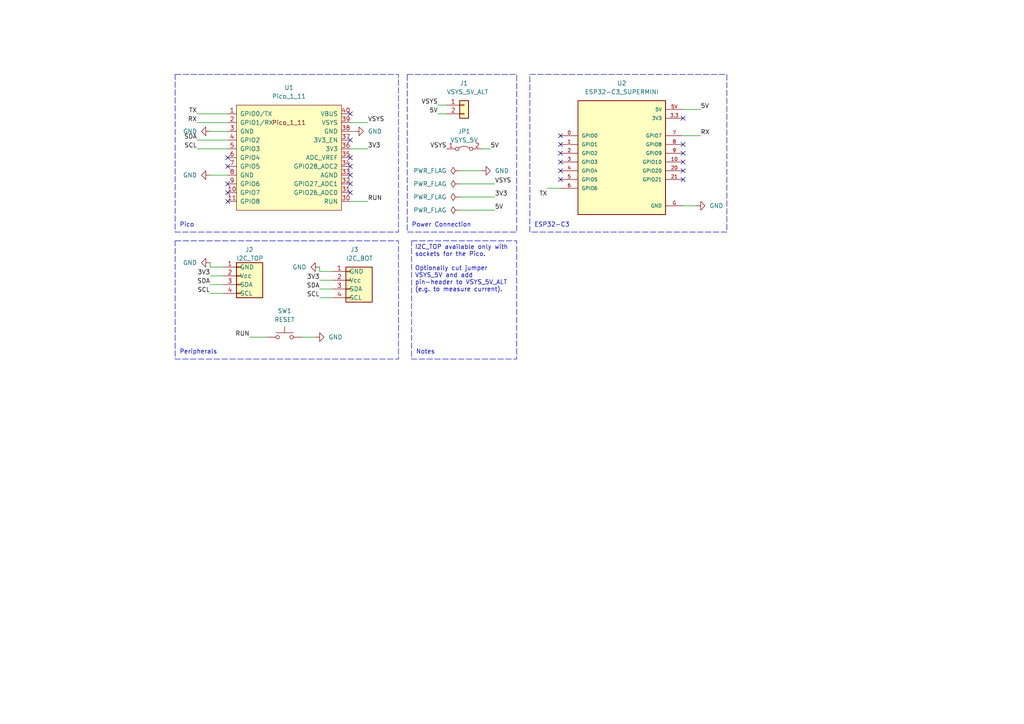
<source format=kicad_sch>
(kicad_sch (version 20230121) (generator eeschema)
  (paper "A4")
  (title_block (title "Pico-ESP32C3") (date "2024-09-01") (rev "0.9") (company "Bernhard Bablok") (comment 1 "https://github.com/bablokb/pcb-pico-esp32c3"))
  (lib_symbols
    (symbol "Connector_Generic:Conn_01x02" (pin_names (offset 1.016) hide)
      (property "Reference" "J" (at 0 2.54 0))
      (property "Value" "Conn_01x02" (at 0 -5.08 0))
      (symbol "Conn_01x02_1_1"
        (rectangle (start -1.27 -2.413) (end 0 -2.667) (stroke (width 0.1524)))
        (rectangle (start -1.27 0.127) (end 0 -0.127) (stroke (width 0.1524)))
        (rectangle (start -1.27 1.27) (end 1.27 -3.81) (stroke (width 0.254)) (fill (type background)))
        (pin passive line (at -5.08 0 0) (length 3.81) (name "Pin_1") (number "1"))
        (pin passive line (at -5.08 -2.54 0) (length 3.81) (name "Pin_2") (number "2"))
      )
    )
    (symbol "Jumper:Jumper_2_Bridged" (pin_names (offset 0) hide)
      (property "Reference" "JP" (at 0 1.905 0))
      (property "Value" "Jumper_2_Bridged" (at 0 -2.54 0))
      (symbol "Jumper_2_Bridged_0_0"
        (circle (center -2.032 0) (radius 0.508))
        (circle (center 2.032 0) (radius 0.508))
      )
      (symbol "Jumper_2_Bridged_0_1"
        (arc (start 1.524 0.254) (mid 0 0.762) (end -1.524 0.254))
      )
      (symbol "Jumper_2_Bridged_1_1"
        (pin passive line (at -5.08 0 0) (length 2.54) (name "A") (number "1"))
        (pin passive line (at 5.08 0 180) (length 2.54) (name "B") (number "2"))
      )
    )
    (symbol "Switch:SW_Push" (pin_numbers hide) (pin_names (offset 1.016) hide)
      (property "Reference" "SW" (at 1.27 2.54 0))
      (property "Value" "SW_Push" (at 0 -1.524 0))
      (symbol "SW_Push_0_1"
        (circle (center -2.032 0) (radius 0.508))
        (polyline (pts (xy 0 1.27) (xy 0 3.048)))
        (polyline (pts (xy 2.54 1.27) (xy -2.54 1.27)))
        (circle (center 2.032 0) (radius 0.508))
        (pin passive line (at -5.08 0 0) (length 2.54) (name "1") (number "1"))
        (pin passive line (at 5.08 0 180) (length 2.54) (name "2") (number "2"))
      )
    )
    (symbol "power:GND" (power) (pin_names (offset 0))
      (property "Value" "GND" (at 0 -3.81 0))
      (symbol "GND_0_1"
        (polyline (pts (xy 0 0) (xy 0 -1.27) (xy 1.27 -1.27) (xy 0 -2.54) (xy -1.27 -1.27) (xy 0 -1.27)))
      )
      (symbol "GND_1_1"
        (pin power_in line (at 0 0 270) (length 0) hide (name "GND") (number "1"))
      )
    )
    (symbol "power:PWR_FLAG" (power) (pin_numbers hide) (pin_names (offset 0) hide)
      (property "Value" "PWR_FLAG" (at 0 3.81 0))
      (symbol "PWR_FLAG_0_0"
        (pin power_out line (at 0 0 90) (length 0) (name "pwr") (number "1"))
      )
      (symbol "PWR_FLAG_0_1"
        (polyline (pts (xy 0 0) (xy 0 1.27) (xy -1.016 1.905) (xy 0 2.54) (xy 1.016 1.905) (xy 0 1.27)))
      )
    )
    (symbol "user:ESP32-C3_SUPERMINI" (pin_names (offset 1.016))
      (property "Reference" "U" (at -12.7 16.002 0))
      (property "Value" "ESP32-C3_SUPERMINI" (at -12.7 12.7 0))
      (symbol "ESP32-C3_SUPERMINI_0_0"
        (rectangle (start -12.7 -17.78) (end 12.7 15.24) (stroke (width 0.254)) (fill (type background)))
        (pin bidirectional line (at -17.78 5.08 0) (length 5.08) (name "GPIO0") (number "0"))
        (pin bidirectional line (at -17.78 2.54 0) (length 5.08) (name "GPIO1") (number "1"))
        (pin bidirectional line (at 17.78 -2.54 180) (length 5.08) (name "GPIO10") (number "10"))
        (pin bidirectional line (at -17.78 0 0) (length 5.08) (name "GPIO2") (number "2"))
        (pin bidirectional line (at 17.78 -5.08 180) (length 5.08) (name "GPIO20") (number "20"))
        (pin bidirectional line (at 17.78 -7.62 180) (length 5.08) (name "GPIO21") (number "21"))
        (pin bidirectional line (at -17.78 -2.54 0) (length 5.08) (name "GPIO3") (number "3"))
        (pin power_in line (at 17.78 10.16 180) (length 5.08) (name "3V3") (number "3.3"))
        (pin bidirectional line (at -17.78 -5.08 0) (length 5.08) (name "GPIO4") (number "4"))
        (pin bidirectional line (at -17.78 -7.62 0) (length 5.08) (name "GPIO5") (number "5"))
        (pin power_in line (at 17.78 12.7 180) (length 5.08) (name "5V") (number "5V"))
        (pin bidirectional line (at -17.78 -10.16 0) (length 5.08) (name "GPIO6") (number "6"))
        (pin bidirectional line (at 17.78 5.08 180) (length 5.08) (name "GPIO7") (number "7"))
        (pin bidirectional line (at 17.78 2.54 180) (length 5.08) (name "GPIO8") (number "8"))
        (pin bidirectional line (at 17.78 0 180) (length 5.08) (name "GPIO9") (number "9"))
        (pin power_in line (at 17.78 -15.24 180) (length 5.08) (name "GND") (number "G"))
      )
    )
    (symbol "user:Pico_1_11" (pin_names (offset 1.016))
      (property "Reference" "U" (at -13.97 27.94 0))
      (property "Value" "Pico_1_11" (at 0 19.05 0))
      (symbol "Pico_1_11_0_1"
        (rectangle (start -15.24 26.67) (end 15.24 -3.81) (fill (type background)))
      )
      (symbol "Pico_1_11_1_0"
        (text "Pico_1_11" (at 0 21.59 0) (effects (font (size 1.27 1.27))))
      )
      (symbol "Pico_1_11_1_1"
        (pin bidirectional line (at -17.78 24.13 0) (length 2.54) (name "GPIO0/TX") (number "1"))
        (pin bidirectional line (at -17.78 1.27 0) (length 2.54) (name "GPIO7") (number "10"))
        (pin bidirectional line (at -17.78 -1.27 0) (length 2.54) (name "GPIO8") (number "11"))
        (pin bidirectional line (at -17.78 21.59 0) (length 2.54) (name "GPIO1/RX") (number "2"))
        (pin power_in line (at -17.78 19.05 0) (length 2.54) (name "GND") (number "3"))
        (pin input line (at 17.78 -1.27 180) (length 2.54) (name "RUN") (number "30"))
        (pin bidirectional line (at 17.78 1.27 180) (length 2.54) (name "GPIO26_ADC0") (number "31"))
        (pin bidirectional line (at 17.78 3.81 180) (length 2.54) (name "GPIO27_ADC1") (number "32"))
        (pin power_in line (at 17.78 6.35 180) (length 2.54) (name "AGND") (number "33"))
        (pin bidirectional line (at 17.78 8.89 180) (length 2.54) (name "GPIO28_ADC2") (number "34"))
        (pin power_in line (at 17.78 11.43 180) (length 2.54) (name "ADC_VREF") (number "35"))
        (pin power_in line (at 17.78 13.97 180) (length 2.54) (name "3V3") (number "36"))
        (pin power_in line (at 17.78 16.51 180) (length 2.54) (name "3V3_EN") (number "37"))
        (pin power_in line (at 17.78 19.05 180) (length 2.54) (name "GND") (number "38"))
        (pin power_in line (at 17.78 21.59 180) (length 2.54) (name "VSYS") (number "39"))
        (pin bidirectional line (at -17.78 16.51 0) (length 2.54) (name "GPIO2") (number "4"))
        (pin power_in line (at 17.78 24.13 180) (length 2.54) (name "VBUS") (number "40"))
        (pin bidirectional line (at -17.78 13.97 0) (length 2.54) (name "GPIO3") (number "5"))
        (pin bidirectional line (at -17.78 11.43 0) (length 2.54) (name "GPIO4") (number "6"))
        (pin bidirectional line (at -17.78 8.89 0) (length 2.54) (name "GPIO5") (number "7"))
        (pin power_in line (at -17.78 6.35 0) (length 2.54) (name "GND") (number "8"))
        (pin bidirectional line (at -17.78 3.81 0) (length 2.54) (name "GPIO6") (number "9"))
      )
    )
    (symbol "user:Stemma-QT_Qwicc" (pin_names (offset 1.016))
      (property "Reference" "J" (at 2.54 8.89 0))
      (property "Value" "Stemma-QT_Qwicc" (at 2.54 6.35 0))
      (symbol "Stemma-QT_Qwicc_1_1"
        (rectangle (start -1.27 -4.953) (end 0 -5.207) (stroke (width 0.1524)))
        (rectangle (start -1.27 -2.413) (end 0 -2.667) (stroke (width 0.1524)))
        (rectangle (start -1.27 0.127) (end 0 -0.127) (stroke (width 0.1524)))
        (rectangle (start -1.27 2.667) (end 0 2.413) (stroke (width 0.1524)))
        (rectangle (start -1.27 3.81) (end 6.35 -6.35) (stroke (width 0.254)) (fill (type background)))
        (pin power_in line (at -5.08 2.54 0) (length 3.81) (name "GND") (number "1"))
        (pin power_in line (at -5.08 0 0) (length 3.81) (name "Vcc") (number "2"))
        (pin bidirectional line (at -5.08 -2.54 0) (length 3.81) (name "SDA") (number "3"))
        (pin bidirectional line (at -5.08 -5.08 0) (length 3.81) (name "SCL") (number "4"))
      )
    )
  )
  (no_connect (at 162.56 41.91))
  (no_connect (at 66.04 55.88))
  (no_connect (at 66.04 45.72))
  (no_connect (at 66.04 48.26))
  (no_connect (at 198.12 34.29))
  (no_connect (at 162.56 52.07))
  (no_connect (at 101.6 40.64))
  (no_connect (at 198.12 44.45))
  (no_connect (at 101.6 55.88))
  (no_connect (at 66.04 58.42))
  (no_connect (at 162.56 39.37))
  (no_connect (at 162.56 49.53))
  (no_connect (at 162.56 44.45))
  (no_connect (at 101.6 33.02))
  (no_connect (at 162.56 46.99))
  (no_connect (at 101.6 53.34))
  (no_connect (at 101.6 50.8))
  (no_connect (at 66.04 53.34))
  (no_connect (at 101.6 48.26))
  (no_connect (at 101.6 45.72))
  (no_connect (at 198.12 41.91))
  (no_connect (at 198.12 49.53))
  (no_connect (at 198.12 52.07))
  (no_connect (at 198.12 46.99))
  (wire (pts (xy 57.15 43.18) (xy 66.04 43.18)))
  (wire (pts (xy 92.71 83.82) (xy 96.52 83.82)))
  (wire (pts (xy 127 33.02) (xy 129.54 33.02)))
  (wire (pts (xy 106.68 43.18) (xy 101.6 43.18)))
  (wire (pts (xy 133.35 60.96) (xy 143.51 60.96)))
  (wire (pts (xy 158.75 54.61) (xy 162.56 54.61)))
  (wire (pts (xy 133.35 49.53) (xy 139.7 49.53)))
  (wire (pts (xy 57.15 35.56) (xy 66.04 35.56)))
  (wire (pts (xy 60.96 77.47) (xy 64.77 77.47)))
  (wire (pts (xy 102.87 38.1) (xy 101.6 38.1)))
  (wire (pts (xy 201.93 59.69) (xy 198.12 59.69)))
  (wire (pts (xy 92.71 77.47) (xy 92.71 78.74)))
  (wire (pts (xy 142.24 43.18) (xy 139.7 43.18)))
  (wire (pts (xy 92.71 78.74) (xy 96.52 78.74)))
  (wire (pts (xy 127 30.48) (xy 129.54 30.48)))
  (wire (pts (xy 60.96 50.8) (xy 66.04 50.8)))
  (wire (pts (xy 92.71 81.28) (xy 96.52 81.28)))
  (wire (pts (xy 203.2 31.75) (xy 198.12 31.75)))
  (wire (pts (xy 203.2 39.37) (xy 198.12 39.37)))
  (wire (pts (xy 57.15 40.64) (xy 66.04 40.64)))
  (wire (pts (xy 106.68 58.42) (xy 101.6 58.42)))
  (wire (pts (xy 60.96 85.09) (xy 64.77 85.09)))
  (wire (pts (xy 60.96 38.1) (xy 66.04 38.1)))
  (wire (pts (xy 57.15 33.02) (xy 66.04 33.02)))
  (wire (pts (xy 106.68 35.56) (xy 101.6 35.56)))
  (wire (pts (xy 60.96 82.55) (xy 64.77 82.55)))
  (wire (pts (xy 133.35 53.34) (xy 143.51 53.34)))
  (wire (pts (xy 60.96 80.01) (xy 64.77 80.01)))
  (wire (pts (xy 92.71 86.36) (xy 96.52 86.36)))
  (wire (pts (xy 60.96 76.2) (xy 60.96 77.47)))
  (wire (pts (xy 133.35 57.15) (xy 143.51 57.15)))
  (wire (pts (xy 91.44 97.79) (xy 87.63 97.79)))
  (wire (pts (xy 72.39 97.79) (xy 77.47 97.79)))
  (rectangle (start 50.8 21.59) (end 115.57 67.31) (stroke (width 0) (type dash)))
  (rectangle (start 153.67 21.59) (end 210.82 67.31) (stroke (width 0) (type dash)))
  (rectangle (start 50.8 69.85) (end 115.57 104.14) (stroke (width 0) (type dash)))
  (rectangle (start 118.11 21.59) (end 149.86 67.31) (stroke (width 0) (type dash)))
  (text_box "I2C_TOP available only with sockets for the Pico.\n\nOptionally cut jumper VSYS_5V and add pin-header to VSYS_5V_ALT (e.g. to measure current)." (at 119.38 69.85 0) (size 30.48 34.29) (stroke (width 0) (type dash)) (effects (font (size 1.27 1.27)) (justify left top)))
  (text "Power Connection" (at 119.38 66.04 0) (effects (font (size 1.27 1.27)) (justify left bottom)))
  (text "Notes" (at 120.65 102.87 0) (effects (font (size 1.27 1.27)) (justify left bottom)))
  (text "Pico" (at 52.07 66.04 0) (effects (font (size 1.27 1.27)) (justify left bottom)))
  (text "ESP32-C3" (at 154.94 66.04 0) (effects (font (size 1.27 1.27)) (justify left bottom)))
  (text "Peripherals" (at 52.07 102.87 0) (effects (font (size 1.27 1.27)) (justify left bottom)))
  (label "VSYS" (at 127 30.48 180))
  (label "RX" (at 203.2 39.37 0))
  (label "SCL" (at 57.15 43.18 180))
  (label "TX" (at 158.75 57.15 180))
  (label "SDA" (at 92.71 83.82 180))
  (label "3V3" (at 60.96 80.01 180))
  (label "VSYS" (at 143.51 53.34 0))
  (label "SDA" (at 60.96 82.55 180))
  (label "5V" (at 203.2 31.75 0))
  (label "RUN" (at 106.68 58.42 0))
  (label "3V3" (at 92.71 81.28 180))
  (label "SCL" (at 60.96 85.09 180))
  (label "5V" (at 143.51 60.96 0))
  (label "3V3" (at 106.68 43.18 0))
  (label "TX" (at 57.15 33.02 180))
  (label "SDA" (at 57.15 40.64 180))
  (label "3V3" (at 143.51 57.15 0))
  (label "RUN" (at 72.39 97.79 180))
  (label "5V" (at 127 33.02 180))
  (label "VSYS" (at 129.54 43.18 180))
  (label "5V" (at 142.24 43.18 0))
  (label "SCL" (at 92.71 86.36 180))
  (label "RX" (at 57.15 35.56 180))
  (label "VSYS" (at 106.68 35.56 0))
  (symbol (lib_id "power:GND") (at 60.96 50.8 270) (unit 1)
    (property "Reference" "#PWR05" (effects hide))
    (property "Value" "GND" (at 57.15 50.8 90) (effects (justify right)))
  )
  (symbol (lib_id "user:ESP32-C3_SUPERMINI") (at 180.34 44.45 0) (unit 1)
    (property "Reference" "U2" (at 180.34 24.13 0))
    (property "Value" "ESP32-C3_SUPERMINI" (at 180.34 26.67 0))
    (property "Footprint" "user:ESP32-C3_SUPERMINI" (effects hide))
  )
  (symbol (lib_id "power:PWR_FLAG") (at 133.35 49.53 90) (unit 1)
    (property "Reference" "#FLG01" (effects hide))
    (property "Value" "PWR_FLAG" (at 129.54 49.53 90) (effects (justify left)))
  )
  (symbol (lib_id "power:PWR_FLAG") (at 133.35 57.15 90) (unit 1)
    (property "Reference" "#FLG03" (effects hide))
    (property "Value" "PWR_FLAG" (at 129.54 57.15 90) (effects (justify left)))
  )
  (symbol (lib_id "power:GND") (at 91.44 97.79 90) (unit 1)
    (property "Reference" "#PWR03" (effects hide))
    (property "Value" "GND" (at 95.25 97.79 90) (effects (justify right)))
  )
  (symbol (lib_id "power:GND") (at 102.87 38.1 90) (unit 1)
    (property "Reference" "#PWR04" (effects hide))
    (property "Value" "GND" (at 106.68 38.1 90) (effects (justify right)))
  )
  (symbol (lib_id "power:PWR_FLAG") (at 133.35 60.96 90) (unit 1)
    (property "Reference" "#FLG04" (effects hide))
    (property "Value" "PWR_FLAG" (at 129.54 60.96 90) (effects (justify left)))
  )
  (symbol (lib_id "Jumper:Jumper_2_Bridged") (at 134.62 43.18 0) (unit 1)
    (property "Reference" "JP1" (at 134.62 38.1 0))
    (property "Value" "VSYS_5V" (at 134.62 40.64 0))
    (property "Footprint" "Jumper:SolderJumper-2_P1.3mm_Bridged_Pad1.0x1.5mm" (effects hide))
  )
  (symbol (lib_id "Switch:SW_Push") (at 82.55 97.79 0) (unit 1)
    (property "Reference" "SW1" (at 82.55 90.17 0))
    (property "Value" "RESET" (at 82.55 92.71 0))
    (property "Footprint" "user:SW_PUSH_SLIM_1x4" (effects hide))
  )
  (symbol (lib_id "power:GND") (at 60.96 38.1 270) (unit 1)
    (property "Reference" "#PWR02" (effects hide))
    (property "Value" "GND" (at 57.15 38.1 90) (effects (justify right)))
  )
  (symbol (lib_id "power:GND") (at 139.7 49.53 90) (unit 1)
    (property "Reference" "#PWR08" (effects hide))
    (property "Value" "GND" (at 143.51 49.53 90) (effects (justify right)))
  )
  (symbol (lib_id "power:PWR_FLAG") (at 133.35 53.34 90) (unit 1)
    (property "Reference" "#FLG02" (effects hide))
    (property "Value" "PWR_FLAG" (at 129.54 53.34 90) (effects (justify left)))
  )
  (symbol (lib_id "user:Stemma-QT_Qwicc") (at 69.85 80.01 0) (unit 1)
    (property "Reference" "J2" (at 71.12 72.39 0) (effects (justify left)))
    (property "Value" "I2C_TOP" (at 68.58 74.93 0) (effects (justify left)))
    (property "Footprint" "user:JST_SH_SM04B-SRSS-TB_1x04-1MP_P1.00mm_Horizontal" (effects hide))
  )
  (symbol (lib_id "Connector_Generic:Conn_01x02") (at 134.62 30.48 0) (unit 1)
    (property "Reference" "J1" (at 133.35 24.13 0) (effects (justify left)))
    (property "Value" "VSYS_5V_ALT" (at 129.54 26.67 0) (effects (justify left)))
    (property "Footprint" "Connector_PinHeader_2.54mm:PinHeader_1x02_P2.54mm_Vertical" (effects hide))
  )
  (symbol (lib_id "user:Stemma-QT_Qwicc") (at 101.6 81.28 0) (unit 1)
    (property "Reference" "J3" (at 101.6 72.39 0) (effects (justify left)))
    (property "Value" "I2C_BOT" (at 100.33 74.93 0) (effects (justify left)))
    (property "Footprint" "user:JST_SH_SM04B-SRSS-TB_1x04-1MP_P1.00mm_Horizontal" (effects hide))
  )
  (symbol (lib_id "user:Pico_1_11") (at 83.82 57.15 0) (unit 1)
    (property "Reference" "U1" (at 83.82 25.4 0))
    (property "Value" "Pico_1_11" (at 83.82 27.94 0))
    (property "Footprint" "user:RPi_Pico_SMD_TH_1_11" (effects hide))
  )
  (symbol (lib_id "power:GND") (at 201.93 59.69 90) (unit 1)
    (property "Reference" "#PWR01" (effects hide))
    (property "Value" "GND" (at 205.74 59.69 90) (effects (justify right)))
  )
  (symbol (lib_id "power:GND") (at 92.71 77.47 270) (unit 1)
    (property "Reference" "#PWR07" (effects hide))
    (property "Value" "GND" (at 88.9 77.47 90) (effects (justify right)))
  )
  (symbol (lib_id "power:GND") (at 60.96 76.2 270) (unit 1)
    (property "Reference" "#PWR06" (effects hide))
    (property "Value" "GND" (at 57.15 76.2 90) (effects (justify right)))
  )
)
</source>
